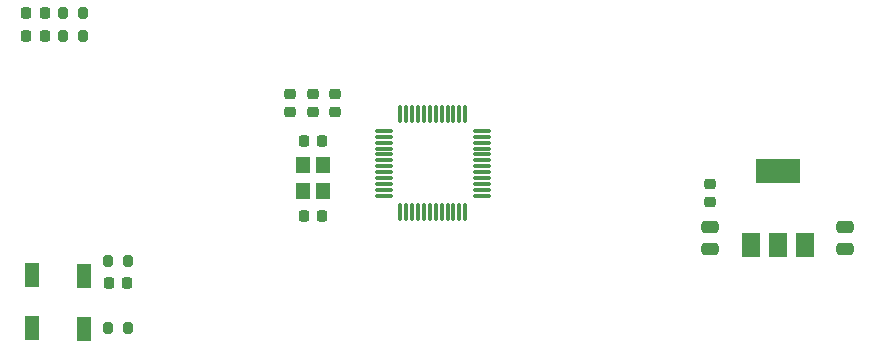
<source format=gbr>
%TF.GenerationSoftware,KiCad,Pcbnew,6.0.4+dfsg-1+b1*%
%TF.CreationDate,2022-05-06T01:05:30+08:00*%
%TF.ProjectId,mcustm32g030,6d637573-746d-4333-9267-3033302e6b69,a*%
%TF.SameCoordinates,Original*%
%TF.FileFunction,Paste,Top*%
%TF.FilePolarity,Positive*%
%FSLAX46Y46*%
G04 Gerber Fmt 4.6, Leading zero omitted, Abs format (unit mm)*
G04 Created by KiCad (PCBNEW 6.0.4+dfsg-1+b1) date 2022-05-06 01:05:30*
%MOMM*%
%LPD*%
G01*
G04 APERTURE LIST*
G04 Aperture macros list*
%AMRoundRect*
0 Rectangle with rounded corners*
0 $1 Rounding radius*
0 $2 $3 $4 $5 $6 $7 $8 $9 X,Y pos of 4 corners*
0 Add a 4 corners polygon primitive as box body*
4,1,4,$2,$3,$4,$5,$6,$7,$8,$9,$2,$3,0*
0 Add four circle primitives for the rounded corners*
1,1,$1+$1,$2,$3*
1,1,$1+$1,$4,$5*
1,1,$1+$1,$6,$7*
1,1,$1+$1,$8,$9*
0 Add four rect primitives between the rounded corners*
20,1,$1+$1,$2,$3,$4,$5,0*
20,1,$1+$1,$4,$5,$6,$7,0*
20,1,$1+$1,$6,$7,$8,$9,0*
20,1,$1+$1,$8,$9,$2,$3,0*%
G04 Aperture macros list end*
%ADD10RoundRect,0.225000X-0.225000X-0.250000X0.225000X-0.250000X0.225000X0.250000X-0.225000X0.250000X0*%
%ADD11R,1.200000X2.000000*%
%ADD12RoundRect,0.200000X-0.200000X-0.275000X0.200000X-0.275000X0.200000X0.275000X-0.200000X0.275000X0*%
%ADD13R,1.500000X2.000000*%
%ADD14R,3.800000X2.000000*%
%ADD15RoundRect,0.225000X0.250000X-0.225000X0.250000X0.225000X-0.250000X0.225000X-0.250000X-0.225000X0*%
%ADD16RoundRect,0.218750X0.218750X0.256250X-0.218750X0.256250X-0.218750X-0.256250X0.218750X-0.256250X0*%
%ADD17RoundRect,0.200000X0.200000X0.275000X-0.200000X0.275000X-0.200000X-0.275000X0.200000X-0.275000X0*%
%ADD18RoundRect,0.075000X-0.662500X-0.075000X0.662500X-0.075000X0.662500X0.075000X-0.662500X0.075000X0*%
%ADD19RoundRect,0.075000X-0.075000X-0.662500X0.075000X-0.662500X0.075000X0.662500X-0.075000X0.662500X0*%
%ADD20RoundRect,0.250000X0.475000X-0.250000X0.475000X0.250000X-0.475000X0.250000X-0.475000X-0.250000X0*%
%ADD21R,1.200000X1.400000*%
%ADD22RoundRect,0.250000X-0.475000X0.250000X-0.475000X-0.250000X0.475000X-0.250000X0.475000X0.250000X0*%
%ADD23RoundRect,0.225000X0.225000X0.250000X-0.225000X0.250000X-0.225000X-0.250000X0.225000X-0.250000X0*%
G04 APERTURE END LIST*
D10*
%TO.C,C8*%
X116065000Y-93345000D03*
X117615000Y-93345000D03*
%TD*%
D11*
%TO.C,SW1*%
X93050000Y-104725000D03*
X97450000Y-104775000D03*
%TD*%
D12*
%TO.C,R2*%
X95695000Y-82550000D03*
X97345000Y-82550000D03*
%TD*%
D13*
%TO.C,U1*%
X153910000Y-102210000D03*
X156210000Y-102210000D03*
D14*
X156210000Y-95910000D03*
D13*
X158510000Y-102210000D03*
%TD*%
D15*
%TO.C,C4*%
X114935000Y-90945000D03*
X114935000Y-89395000D03*
%TD*%
D16*
%TO.C,D1*%
X94132500Y-82550000D03*
X92557500Y-82550000D03*
%TD*%
D17*
%TO.C,R1*%
X101155000Y-103505000D03*
X99505000Y-103505000D03*
%TD*%
D15*
%TO.C,C2*%
X150495000Y-98565000D03*
X150495000Y-97015000D03*
%TD*%
D18*
%TO.C,U2*%
X122837500Y-92500000D03*
X122837500Y-93000000D03*
X122837500Y-93500000D03*
X122837500Y-94000000D03*
X122837500Y-94500000D03*
X122837500Y-95000000D03*
X122837500Y-95500000D03*
X122837500Y-96000000D03*
X122837500Y-96500000D03*
X122837500Y-97000000D03*
X122837500Y-97500000D03*
X122837500Y-98000000D03*
D19*
X124250000Y-99412500D03*
X124750000Y-99412500D03*
X125250000Y-99412500D03*
X125750000Y-99412500D03*
X126250000Y-99412500D03*
X126750000Y-99412500D03*
X127250000Y-99412500D03*
X127750000Y-99412500D03*
X128250000Y-99412500D03*
X128750000Y-99412500D03*
X129250000Y-99412500D03*
X129750000Y-99412500D03*
D18*
X131162500Y-98000000D03*
X131162500Y-97500000D03*
X131162500Y-97000000D03*
X131162500Y-96500000D03*
X131162500Y-96000000D03*
X131162500Y-95500000D03*
X131162500Y-95000000D03*
X131162500Y-94500000D03*
X131162500Y-94000000D03*
X131162500Y-93500000D03*
X131162500Y-93000000D03*
X131162500Y-92500000D03*
D19*
X129750000Y-91087500D03*
X129250000Y-91087500D03*
X128750000Y-91087500D03*
X128250000Y-91087500D03*
X127750000Y-91087500D03*
X127250000Y-91087500D03*
X126750000Y-91087500D03*
X126250000Y-91087500D03*
X125750000Y-91087500D03*
X125250000Y-91087500D03*
X124750000Y-91087500D03*
X124250000Y-91087500D03*
%TD*%
D10*
%TO.C,C3*%
X99555000Y-105410000D03*
X101105000Y-105410000D03*
%TD*%
D11*
%TO.C,SW2*%
X97450000Y-109270000D03*
X93050000Y-109220000D03*
%TD*%
D15*
%TO.C,C6*%
X118745000Y-90945000D03*
X118745000Y-89395000D03*
%TD*%
D20*
%TO.C,C1*%
X161925000Y-102550000D03*
X161925000Y-100650000D03*
%TD*%
D12*
%TO.C,R4*%
X99505000Y-109220000D03*
X101155000Y-109220000D03*
%TD*%
D15*
%TO.C,C5*%
X116840000Y-90945000D03*
X116840000Y-89395000D03*
%TD*%
D21*
%TO.C,Y1*%
X115990000Y-95420000D03*
X115990000Y-97620000D03*
X117690000Y-97620000D03*
X117690000Y-95420000D03*
%TD*%
D12*
%TO.C,R3*%
X95695000Y-84455000D03*
X97345000Y-84455000D03*
%TD*%
D16*
%TO.C,D2*%
X94132500Y-84455000D03*
X92557500Y-84455000D03*
%TD*%
D22*
%TO.C,C7*%
X150495000Y-100650000D03*
X150495000Y-102550000D03*
%TD*%
D23*
%TO.C,C9*%
X117615000Y-99695000D03*
X116065000Y-99695000D03*
%TD*%
M02*

</source>
